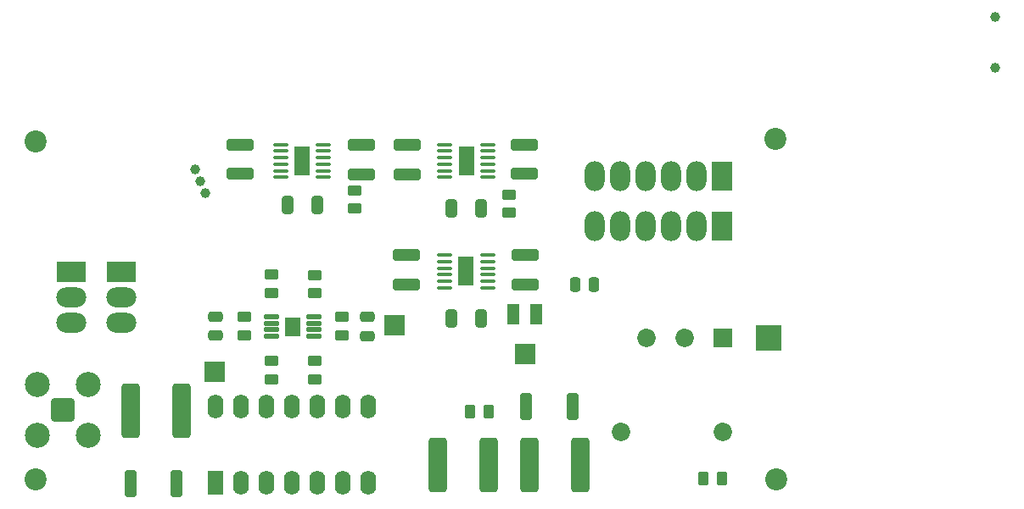
<source format=gbr>
%TF.GenerationSoftware,KiCad,Pcbnew,7.0.1*%
%TF.CreationDate,2023-12-13T14:51:25+00:00*%
%TF.ProjectId,UoB Amptek,556f4220-416d-4707-9465-6b2e6b696361,1*%
%TF.SameCoordinates,Original*%
%TF.FileFunction,Soldermask,Top*%
%TF.FilePolarity,Negative*%
%FSLAX46Y46*%
G04 Gerber Fmt 4.6, Leading zero omitted, Abs format (unit mm)*
G04 Created by KiCad (PCBNEW 7.0.1) date 2023-12-13 14:51:25*
%MOMM*%
%LPD*%
G01*
G04 APERTURE LIST*
G04 Aperture macros list*
%AMRoundRect*
0 Rectangle with rounded corners*
0 $1 Rounding radius*
0 $2 $3 $4 $5 $6 $7 $8 $9 X,Y pos of 4 corners*
0 Add a 4 corners polygon primitive as box body*
4,1,4,$2,$3,$4,$5,$6,$7,$8,$9,$2,$3,0*
0 Add four circle primitives for the rounded corners*
1,1,$1+$1,$2,$3*
1,1,$1+$1,$4,$5*
1,1,$1+$1,$6,$7*
1,1,$1+$1,$8,$9*
0 Add four rect primitives between the rounded corners*
20,1,$1+$1,$2,$3,$4,$5,0*
20,1,$1+$1,$4,$5,$6,$7,0*
20,1,$1+$1,$6,$7,$8,$9,0*
20,1,$1+$1,$8,$9,$2,$3,0*%
G04 Aperture macros list end*
%ADD10RoundRect,0.250000X-1.100000X0.325000X-1.100000X-0.325000X1.100000X-0.325000X1.100000X0.325000X0*%
%ADD11R,3.000000X2.000000*%
%ADD12O,3.000000X2.000000*%
%ADD13RoundRect,0.250000X0.450000X-0.262500X0.450000X0.262500X-0.450000X0.262500X-0.450000X-0.262500X0*%
%ADD14R,1.300000X2.000000*%
%ADD15R,2.000000X2.000000*%
%ADD16C,2.200000*%
%ADD17RoundRect,0.100000X-0.625000X-0.100000X0.625000X-0.100000X0.625000X0.100000X-0.625000X0.100000X0*%
%ADD18R,1.650000X2.850000*%
%ADD19RoundRect,0.250000X0.262500X0.450000X-0.262500X0.450000X-0.262500X-0.450000X0.262500X-0.450000X0*%
%ADD20C,1.000000*%
%ADD21RoundRect,0.200100X0.949900X-0.949900X0.949900X0.949900X-0.949900X0.949900X-0.949900X-0.949900X0*%
%ADD22C,2.500000*%
%ADD23RoundRect,0.250000X0.650000X2.450000X-0.650000X2.450000X-0.650000X-2.450000X0.650000X-2.450000X0*%
%ADD24RoundRect,0.250000X1.100000X-0.325000X1.100000X0.325000X-1.100000X0.325000X-1.100000X-0.325000X0*%
%ADD25RoundRect,0.250000X-0.325000X-0.650000X0.325000X-0.650000X0.325000X0.650000X-0.325000X0.650000X0*%
%ADD26RoundRect,0.250000X-0.250000X-0.475000X0.250000X-0.475000X0.250000X0.475000X-0.250000X0.475000X0*%
%ADD27RoundRect,0.125000X-0.600000X-0.125000X0.600000X-0.125000X0.600000X0.125000X-0.600000X0.125000X0*%
%ADD28R,1.570000X1.890000*%
%ADD29RoundRect,0.250000X0.325000X0.650000X-0.325000X0.650000X-0.325000X-0.650000X0.325000X-0.650000X0*%
%ADD30R,2.000000X3.000000*%
%ADD31O,2.000000X3.000000*%
%ADD32RoundRect,0.250000X-0.262500X-0.450000X0.262500X-0.450000X0.262500X0.450000X-0.262500X0.450000X0*%
%ADD33RoundRect,0.250000X-0.450000X0.262500X-0.450000X-0.262500X0.450000X-0.262500X0.450000X0.262500X0*%
%ADD34RoundRect,0.250000X0.362500X1.075000X-0.362500X1.075000X-0.362500X-1.075000X0.362500X-1.075000X0*%
%ADD35RoundRect,0.250000X-0.362500X-1.075000X0.362500X-1.075000X0.362500X1.075000X-0.362500X1.075000X0*%
%ADD36RoundRect,0.250000X-0.475000X0.250000X-0.475000X-0.250000X0.475000X-0.250000X0.475000X0.250000X0*%
%ADD37R,1.600000X2.400000*%
%ADD38O,1.600000X2.400000*%
%ADD39RoundRect,0.250000X-0.650000X-2.450000X0.650000X-2.450000X0.650000X2.450000X-0.650000X2.450000X0*%
%ADD40R,1.850000X1.850000*%
%ADD41C,1.850000*%
%ADD42R,2.540000X2.540000*%
G04 APERTURE END LIST*
D10*
%TO.C,C23*%
X135966200Y-69519800D03*
X135966200Y-72469800D03*
%TD*%
D11*
%TO.C,J1*%
X95678000Y-71221600D03*
X90678000Y-71221600D03*
D12*
X95678000Y-73761600D03*
X90678000Y-73761600D03*
X95678000Y-76301600D03*
X90678000Y-76301600D03*
%TD*%
D13*
%TO.C,R4*%
X114959000Y-73353300D03*
X114959000Y-71528300D03*
%TD*%
D14*
%TO.C,RV1*%
X137110000Y-75462000D03*
D15*
X135960000Y-79462000D03*
D14*
X134810000Y-75462000D03*
%TD*%
D16*
%TO.C,H2*%
X87122000Y-91948000D03*
%TD*%
D17*
%TO.C,U2*%
X127970600Y-58495600D03*
X127970600Y-59145600D03*
X127970600Y-59795600D03*
X127970600Y-60445600D03*
X127970600Y-61095600D03*
X127970600Y-61745600D03*
X132270600Y-61745600D03*
X132270600Y-61095600D03*
X132270600Y-60445600D03*
X132270600Y-59795600D03*
X132270600Y-59145600D03*
X132270600Y-58495600D03*
D18*
X130120600Y-60120600D03*
%TD*%
D19*
%TO.C,R10*%
X132334000Y-85191600D03*
X130509000Y-85191600D03*
%TD*%
D13*
%TO.C,R7*%
X110641000Y-81938500D03*
X110641000Y-80113500D03*
%TD*%
D20*
%TO.C,SPK1*%
X182880000Y-50800000D03*
%TD*%
D15*
%TO.C,TP1*%
X122961400Y-76530200D03*
%TD*%
D21*
%TO.C,J2*%
X89860000Y-85040000D03*
D22*
X87320000Y-87580000D03*
X92400000Y-87580000D03*
X87320000Y-82500000D03*
X92400000Y-82500000D03*
%TD*%
D23*
%TO.C,C20*%
X132334000Y-90500000D03*
X127234000Y-90500000D03*
%TD*%
D24*
%TO.C,C6*%
X124196000Y-61446000D03*
X124196000Y-58496000D03*
%TD*%
D13*
%TO.C,R3*%
X117686400Y-77544300D03*
X117686400Y-75719300D03*
%TD*%
D24*
%TO.C,C5*%
X135890000Y-61420800D03*
X135890000Y-58470800D03*
%TD*%
D13*
%TO.C,R5*%
X114959000Y-81962600D03*
X114959000Y-80137600D03*
%TD*%
D25*
%TO.C,C4*%
X128651000Y-64871600D03*
X131601000Y-64871600D03*
%TD*%
D13*
%TO.C,R6*%
X110666400Y-73327900D03*
X110666400Y-71502900D03*
%TD*%
D26*
%TO.C,C15*%
X140995400Y-72440800D03*
X142895400Y-72440800D03*
%TD*%
D27*
%TO.C,U4*%
X110651400Y-75707600D03*
X110651400Y-76357600D03*
X110651400Y-77007600D03*
X110651400Y-77657600D03*
X114951400Y-77657600D03*
X114951400Y-77007600D03*
X114951400Y-76357600D03*
X114951400Y-75707600D03*
D28*
X112801400Y-76682600D03*
%TD*%
D20*
%TO.C,J3*%
X182880000Y-45720000D03*
%TD*%
D17*
%TO.C,U5*%
X127939800Y-69530200D03*
X127939800Y-70180200D03*
X127939800Y-70830200D03*
X127939800Y-71480200D03*
X127939800Y-72130200D03*
X127939800Y-72780200D03*
X132239800Y-72780200D03*
X132239800Y-72130200D03*
X132239800Y-71480200D03*
X132239800Y-70830200D03*
X132239800Y-70180200D03*
X132239800Y-69530200D03*
D18*
X130089800Y-71155200D03*
%TD*%
D29*
%TO.C,C2*%
X115214400Y-64490600D03*
X112264400Y-64490600D03*
%TD*%
D10*
%TO.C,C3*%
X119634000Y-58496200D03*
X119634000Y-61446200D03*
%TD*%
D30*
%TO.C,J4*%
X155625800Y-66649600D03*
X155625800Y-61649600D03*
D31*
X153085800Y-66649600D03*
X153085800Y-61649600D03*
X150545800Y-66649600D03*
X150545800Y-61649600D03*
X148005800Y-66649600D03*
X148005800Y-61649600D03*
X145465800Y-66649600D03*
X145465800Y-61649600D03*
X142925800Y-66649600D03*
X142925800Y-61649600D03*
%TD*%
D16*
%TO.C,H3*%
X161010600Y-57937400D03*
%TD*%
D32*
%TO.C,R11*%
X153773500Y-91900000D03*
X155598500Y-91900000D03*
%TD*%
D20*
%TO.C,IAC*%
X103100604Y-60971500D03*
X103608604Y-62139900D03*
X104065804Y-63333700D03*
%TD*%
D23*
%TO.C,C12*%
X101701600Y-85090000D03*
X96601600Y-85090000D03*
%TD*%
D33*
%TO.C,R2*%
X134391400Y-63474600D03*
X134391400Y-65299600D03*
%TD*%
D29*
%TO.C,C22*%
X131575600Y-75844400D03*
X128625600Y-75844400D03*
%TD*%
D17*
%TO.C,U1*%
X111587600Y-58495600D03*
X111587600Y-59145600D03*
X111587600Y-59795600D03*
X111587600Y-60445600D03*
X111587600Y-61095600D03*
X111587600Y-61745600D03*
X115887600Y-61745600D03*
X115887600Y-61095600D03*
X115887600Y-60445600D03*
X115887600Y-59795600D03*
X115887600Y-59145600D03*
X115887600Y-58495600D03*
D18*
X113737600Y-60120600D03*
%TD*%
D34*
%TO.C,R12*%
X140716000Y-84700000D03*
X136091000Y-84700000D03*
%TD*%
D13*
%TO.C,R1*%
X118973600Y-64871600D03*
X118973600Y-63046600D03*
%TD*%
D35*
%TO.C,R8*%
X96595100Y-92379800D03*
X101220100Y-92379800D03*
%TD*%
D16*
%TO.C,H4*%
X161036000Y-91948000D03*
%TD*%
D36*
%TO.C,C11*%
X120286400Y-75717400D03*
X120286400Y-77617400D03*
%TD*%
D16*
%TO.C,H1*%
X87122000Y-58166000D03*
%TD*%
D10*
%TO.C,C21*%
X124155200Y-69545200D03*
X124155200Y-72495200D03*
%TD*%
%TO.C,C1*%
X107543600Y-58470800D03*
X107543600Y-61420800D03*
%TD*%
D36*
%TO.C,C14*%
X105054400Y-75666600D03*
X105054400Y-77566600D03*
%TD*%
D15*
%TO.C,TP3*%
X105029000Y-81178400D03*
%TD*%
D37*
%TO.C,U3*%
X105105200Y-92303600D03*
D38*
X107645200Y-92303600D03*
X110185200Y-92303600D03*
X112725200Y-92303600D03*
X115265200Y-92303600D03*
X117805200Y-92303600D03*
X120345200Y-92303600D03*
X120345200Y-84683600D03*
X117805200Y-84683600D03*
X115265200Y-84683600D03*
X112725200Y-84683600D03*
X110185200Y-84683600D03*
X107645200Y-84683600D03*
X105105200Y-84683600D03*
%TD*%
D13*
%TO.C,R9*%
X107986400Y-77518900D03*
X107986400Y-75693900D03*
%TD*%
D39*
%TO.C,C24*%
X136388000Y-90500000D03*
X141488000Y-90500000D03*
%TD*%
D40*
%TO.C,PS1*%
X155702000Y-77800000D03*
D41*
X151892000Y-77800000D03*
X155702000Y-87198000D03*
X145542000Y-87198000D03*
D42*
X160274000Y-77800000D03*
D41*
X148082000Y-77800000D03*
%TD*%
M02*

</source>
